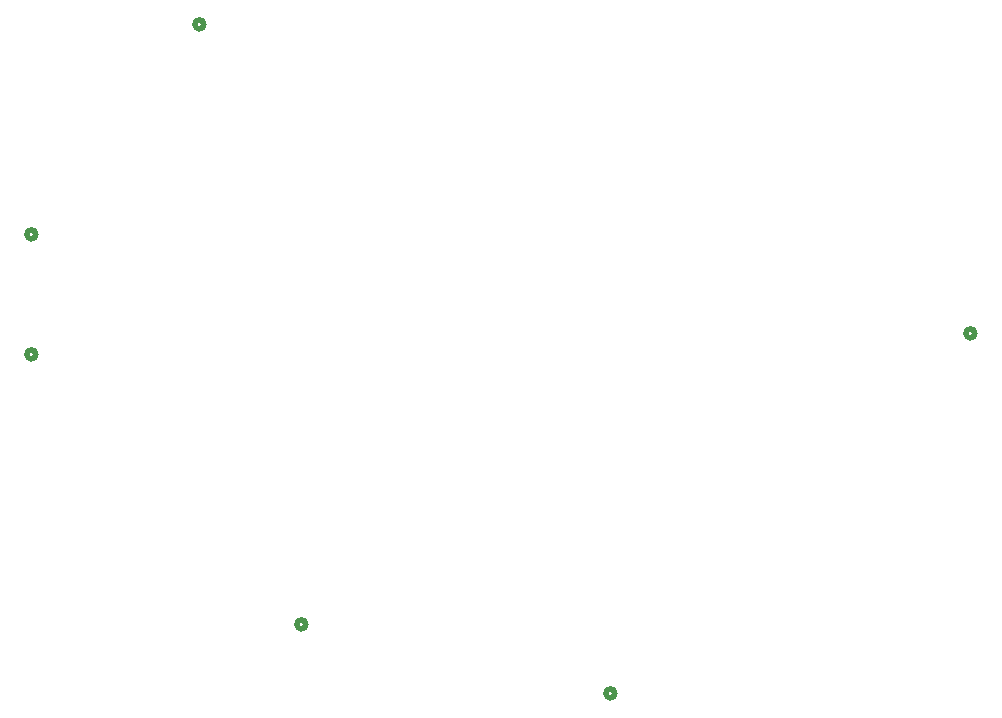
<source format=gbr>
%TF.GenerationSoftware,KiCad,Pcbnew,7.0.8*%
%TF.CreationDate,2023-11-20T12:48:28-05:00*%
%TF.ProjectId,Fufupot,46756675-706f-4742-9e6b-696361645f70,rev?*%
%TF.SameCoordinates,Original*%
%TF.FileFunction,Legend,Bot*%
%TF.FilePolarity,Positive*%
%FSLAX46Y46*%
G04 Gerber Fmt 4.6, Leading zero omitted, Abs format (unit mm)*
G04 Created by KiCad (PCBNEW 7.0.8) date 2023-11-20 12:48:28*
%MOMM*%
%LPD*%
G01*
G04 APERTURE LIST*
%ADD10C,0.508000*%
G04 APERTURE END LIST*
D10*
%TO.C,J11*%
X60579000Y-124460000D02*
G75*
G03*
X60579000Y-124460000I-381000J0D01*
G01*
%TO.C,J3*%
X74803000Y-96520000D02*
G75*
G03*
X74803000Y-96520000I-381000J0D01*
G01*
%TO.C,J8*%
X83439000Y-147320000D02*
G75*
G03*
X83439000Y-147320000I-381000J0D01*
G01*
%TO.C,J10*%
X60579000Y-114300000D02*
G75*
G03*
X60579000Y-114300000I-381000J0D01*
G01*
%TO.C,J13*%
X140081000Y-122682000D02*
G75*
G03*
X140081000Y-122682000I-381000J0D01*
G01*
%TO.C,J1*%
X109601000Y-153162000D02*
G75*
G03*
X109601000Y-153162000I-381000J0D01*
G01*
%TD*%
M02*

</source>
